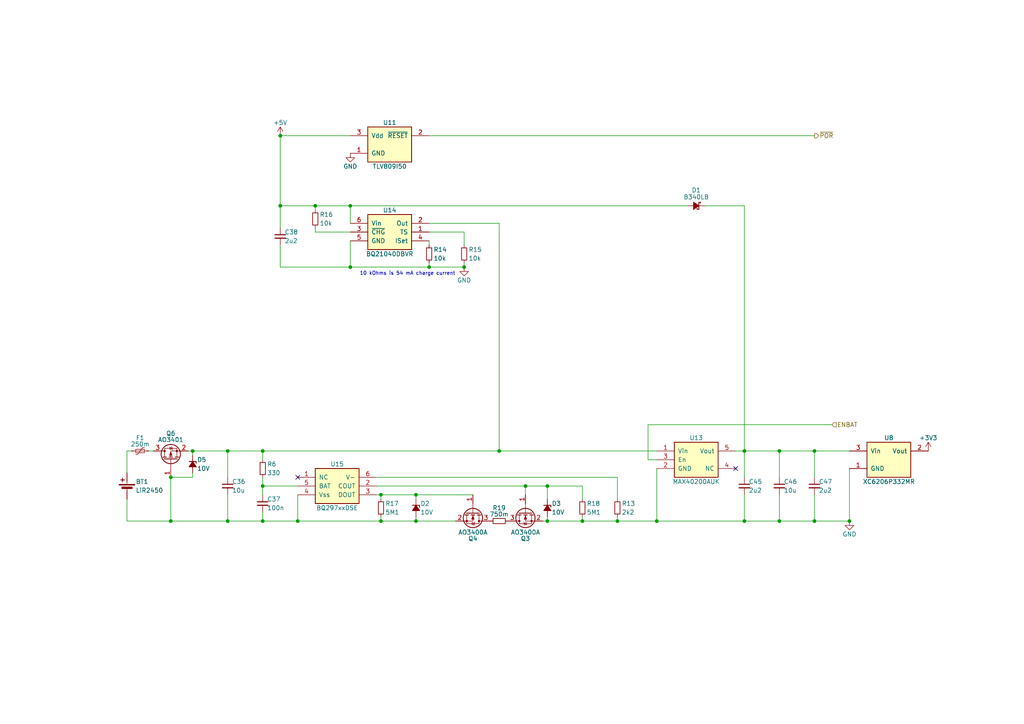
<source format=kicad_sch>
(kicad_sch (version 20230121) (generator eeschema)
  (paper "A4")
  (lib_symbols
    (symbol "+5V_1" (power) (pin_names (offset 0))
      (property "Value" "+5V_1" (at 0 3.556 0))
      (symbol "+5V_1_0_1"
        (polyline (pts (xy -0.762 1.27) (xy 0 2.54)))
        (polyline (pts (xy 0 0) (xy 0 2.54)))
        (polyline (pts (xy 0 2.54) (xy 0.762 1.27)))
      )
      (symbol "+5V_1_1_1"
        (pin power_in line (at 0 0 90) (length 0) hide (name "+5V") (number "1"))
      )
    )
    (symbol "Device:Battery_Cell" (pin_numbers hide) (pin_names (offset 0) hide)
      (property "Reference" "BT" (at 2.54 2.54 0))
      (property "Value" "Battery_Cell" (at 2.54 0 0))
      (symbol "Battery_Cell_0_1"
        (rectangle (start -2.286 1.778) (end 2.286 1.524) (fill (type outline)))
        (rectangle (start -1.524 1.016) (end 1.524 0.508) (fill (type outline)))
        (polyline (pts (xy 0 0.762) (xy 0 0)))
        (polyline (pts (xy 0 1.778) (xy 0 2.54)))
        (polyline (pts (xy 0.762 3.048) (xy 1.778 3.048)) (stroke (width 0.254)))
        (polyline (pts (xy 1.27 3.556) (xy 1.27 2.54)) (stroke (width 0.254)))
      )
      (symbol "Battery_Cell_1_1"
        (pin passive line (at 0 5.08 270) (length 2.54) (name "+") (number "1"))
        (pin passive line (at 0 -2.54 90) (length 2.54) (name "-") (number "2"))
      )
    )
    (symbol "Device:C_Small" (pin_numbers hide) (pin_names (offset 0.254) hide)
      (property "Reference" "C" (at 0.254 1.778 0))
      (property "Value" "C_Small" (at 0.254 -2.032 0))
      (symbol "C_Small_0_1"
        (polyline (pts (xy -1.524 -0.508) (xy 1.524 -0.508)) (stroke (width 0.3302)))
        (polyline (pts (xy -1.524 0.508) (xy 1.524 0.508)) (stroke (width 0.3048)))
      )
      (symbol "C_Small_1_1"
        (pin passive line (at 0 2.54 270) (length 2.032) (name "~") (number "1"))
        (pin passive line (at 0 -2.54 90) (length 2.032) (name "~") (number "2"))
      )
    )
    (symbol "Device:D_Schottky_Small_Filled" (pin_numbers hide) (pin_names (offset 0.254) hide)
      (property "Reference" "D" (at -1.27 2.032 0))
      (property "Value" "D_Schottky_Small_Filled" (at -7.112 -2.032 0))
      (symbol "D_Schottky_Small_Filled_0_1"
        (polyline (pts (xy -0.762 0) (xy 0.762 0)))
        (polyline (pts (xy 0.762 -1.016) (xy -0.762 0) (xy 0.762 1.016) (xy 0.762 -1.016)) (stroke (width 0.254)) (fill (type outline)))
        (polyline (pts (xy -1.27 0.762) (xy -1.27 1.016) (xy -0.762 1.016) (xy -0.762 -1.016) (xy -0.254 -1.016) (xy -0.254 -0.762)) (stroke (width 0.254)))
      )
      (symbol "D_Schottky_Small_Filled_1_1"
        (pin passive line (at -2.54 0 0) (length 1.778) (name "K") (number "1"))
        (pin passive line (at 2.54 0 180) (length 1.778) (name "A") (number "2"))
      )
    )
    (symbol "Device:D_Zener_Small_Filled" (pin_numbers hide) (pin_names (offset 0.254) hide)
      (property "Reference" "D" (at 0 2.286 0))
      (property "Value" "D_Zener_Small_Filled" (at 0 -2.286 0))
      (symbol "D_Zener_Small_Filled_0_1"
        (polyline (pts (xy 0.762 0) (xy -0.762 0)))
        (polyline (pts (xy -0.254 1.016) (xy -0.762 1.016) (xy -0.762 -1.016)) (stroke (width 0.254)))
        (polyline (pts (xy 0.762 1.016) (xy -0.762 0) (xy 0.762 -1.016) (xy 0.762 1.016)) (stroke (width 0.254)) (fill (type outline)))
      )
      (symbol "D_Zener_Small_Filled_1_1"
        (pin passive line (at -2.54 0 0) (length 1.778) (name "K") (number "1"))
        (pin passive line (at 2.54 0 180) (length 1.778) (name "A") (number "2"))
      )
    )
    (symbol "Device:Polyfuse_Small" (pin_numbers hide) (pin_names (offset 0))
      (property "Reference" "F" (at -1.905 0 90))
      (property "Value" "Polyfuse_Small" (at 1.905 0 90))
      (symbol "Polyfuse_Small_0_1"
        (rectangle (start -0.508 1.27) (end 0.508 -1.27))
        (polyline (pts (xy 0 2.54) (xy 0 -2.54)))
        (polyline (pts (xy -1.016 1.27) (xy -1.016 0.762) (xy 1.016 -0.762) (xy 1.016 -1.27)))
      )
      (symbol "Polyfuse_Small_1_1"
        (pin passive line (at 0 2.54 270) (length 0.635) (name "~") (number "1"))
        (pin passive line (at 0 -2.54 90) (length 0.635) (name "~") (number "2"))
      )
    )
    (symbol "Device:Q_NMOS_GSD" (pin_names (offset 0) hide)
      (property "Reference" "Q" (at 5.08 1.27 0))
      (property "Value" "Q_NMOS_GSD" (at 5.08 -1.27 0))
      (symbol "Q_NMOS_GSD_0_1"
        (polyline (pts (xy 0.254 0) (xy -2.54 0)))
        (polyline (pts (xy 0.254 1.905) (xy 0.254 -1.905)) (stroke (width 0.254)))
        (polyline (pts (xy 0.762 -1.27) (xy 0.762 -2.286)) (stroke (width 0.254)))
        (polyline (pts (xy 0.762 0.508) (xy 0.762 -0.508)) (stroke (width 0.254)))
        (polyline (pts (xy 0.762 2.286) (xy 0.762 1.27)) (stroke (width 0.254)))
        (polyline (pts (xy 2.54 2.54) (xy 2.54 1.778)))
        (polyline (pts (xy 2.54 -2.54) (xy 2.54 0) (xy 0.762 0)))
        (polyline (pts (xy 0.762 -1.778) (xy 3.302 -1.778) (xy 3.302 1.778) (xy 0.762 1.778)))
        (polyline (pts (xy 1.016 0) (xy 2.032 0.381) (xy 2.032 -0.381) (xy 1.016 0)) (fill (type outline)))
        (polyline (pts (xy 2.794 0.508) (xy 2.921 0.381) (xy 3.683 0.381) (xy 3.81 0.254)))
        (polyline (pts (xy 3.302 0.381) (xy 2.921 -0.254) (xy 3.683 -0.254) (xy 3.302 0.381)))
        (circle (center 1.651 0) (radius 2.794) (stroke (width 0.254)))
        (circle (center 2.54 -1.778) (radius 0.254) (fill (type outline)))
        (circle (center 2.54 1.778) (radius 0.254) (fill (type outline)))
      )
      (symbol "Q_NMOS_GSD_1_1"
        (pin input line (at -5.08 0 0) (length 2.54) (name "G") (number "1"))
        (pin passive line (at 2.54 -5.08 90) (length 2.54) (name "S") (number "2"))
        (pin passive line (at 2.54 5.08 270) (length 2.54) (name "D") (number "3"))
      )
    )
    (symbol "Device:Q_PMOS_GSD" (pin_names (offset 0) hide)
      (property "Reference" "Q" (at 5.08 1.27 0))
      (property "Value" "Q_PMOS_GSD" (at 5.08 -1.27 0))
      (symbol "Q_PMOS_GSD_0_1"
        (polyline (pts (xy 0.254 0) (xy -2.54 0)))
        (polyline (pts (xy 0.254 1.905) (xy 0.254 -1.905)) (stroke (width 0.254)))
        (polyline (pts (xy 0.762 -1.27) (xy 0.762 -2.286)) (stroke (width 0.254)))
        (polyline (pts (xy 0.762 0.508) (xy 0.762 -0.508)) (stroke (width 0.254)))
        (polyline (pts (xy 0.762 2.286) (xy 0.762 1.27)) (stroke (width 0.254)))
        (polyline (pts (xy 2.54 2.54) (xy 2.54 1.778)))
        (polyline (pts (xy 2.54 -2.54) (xy 2.54 0) (xy 0.762 0)))
        (polyline (pts (xy 0.762 1.778) (xy 3.302 1.778) (xy 3.302 -1.778) (xy 0.762 -1.778)))
        (polyline (pts (xy 2.286 0) (xy 1.27 0.381) (xy 1.27 -0.381) (xy 2.286 0)) (fill (type outline)))
        (polyline (pts (xy 2.794 -0.508) (xy 2.921 -0.381) (xy 3.683 -0.381) (xy 3.81 -0.254)))
        (polyline (pts (xy 3.302 -0.381) (xy 2.921 0.254) (xy 3.683 0.254) (xy 3.302 -0.381)))
        (circle (center 1.651 0) (radius 2.794) (stroke (width 0.254)))
        (circle (center 2.54 -1.778) (radius 0.254) (fill (type outline)))
        (circle (center 2.54 1.778) (radius 0.254) (fill (type outline)))
      )
      (symbol "Q_PMOS_GSD_1_1"
        (pin input line (at -5.08 0 0) (length 2.54) (name "G") (number "1"))
        (pin passive line (at 2.54 -5.08 90) (length 2.54) (name "S") (number "2"))
        (pin passive line (at 2.54 5.08 270) (length 2.54) (name "D") (number "3"))
      )
    )
    (symbol "Device:R_Small" (pin_numbers hide) (pin_names (offset 0.254) hide)
      (property "Reference" "R" (at 0.762 0.508 0))
      (property "Value" "R_Small" (at 0.762 -1.016 0))
      (symbol "R_Small_0_1"
        (rectangle (start -0.762 1.778) (end 0.762 -1.778) (stroke (width 0.2032)))
      )
      (symbol "R_Small_1_1"
        (pin passive line (at 0 2.54 270) (length 0.762) (name "~") (number "1"))
        (pin passive line (at 0 -2.54 90) (length 0.762) (name "~") (number "2"))
      )
    )
    (symbol "GW_Power:BQ21040DBVR" (pin_names (offset 1.016))
      (property "Reference" "U" (at 0 6.35 0))
      (property "Value" "BQ21040DBVR" (at 0 -6.35 0))
      (symbol "BQ21040DBVR_0_1"
        (rectangle (start -6.35 5.08) (end 6.35 -5.08) (stroke (width 0.254)) (fill (type background)))
      )
      (symbol "BQ21040DBVR_1_1"
        (pin unspecified line (at 11.43 0 180) (length 5.08) (name "TS") (number "1"))
        (pin power_out line (at 11.43 2.54 180) (length 5.08) (name "Out") (number "2"))
        (pin tri_state line (at -11.43 0 0) (length 5.08) (name "~{CHG}") (number "3"))
        (pin unspecified line (at 11.43 -2.54 180) (length 5.08) (name "ISet") (number "4"))
        (pin power_in line (at -11.43 -2.54 0) (length 5.08) (name "GND") (number "5"))
        (pin power_in line (at -11.43 2.54 0) (length 5.08) (name "Vin") (number "6"))
      )
    )
    (symbol "GW_Power:BQ297xxDSE" (pin_names (offset 1.016))
      (property "Reference" "U" (at 0 6.35 0))
      (property "Value" "BQ297xxDSE" (at 0 -6.35 0))
      (symbol "BQ297xxDSE_0_1"
        (rectangle (start -6.35 5.08) (end 6.35 -5.08) (stroke (width 0.254)) (fill (type background)))
      )
      (symbol "BQ297xxDSE_1_1"
        (pin no_connect line (at -11.43 2.54 0) (length 5.08) (name "NC") (number "1"))
        (pin output line (at 11.43 0 180) (length 5.08) (name "COUT") (number "2"))
        (pin output line (at 11.43 -2.54 180) (length 5.08) (name "DOUT") (number "3"))
        (pin power_in line (at -11.43 -2.54 0) (length 5.08) (name "Vss") (number "4"))
        (pin power_in line (at -11.43 0 0) (length 5.08) (name "BAT") (number "5"))
        (pin input line (at 11.43 2.54 180) (length 5.08) (name "V-") (number "6"))
      )
    )
    (symbol "GW_Power:MAX40200AUK" (pin_names (offset 1.016))
      (property "Reference" "U" (at 0 6.35 0))
      (property "Value" "MAX40200AUK" (at 0 -6.35 0))
      (property "Footprint" "stdpads:SOT-353" (at 0 -7.62 0))
      (symbol "MAX40200AUK_0_1"
        (rectangle (start -6.35 5.08) (end 6.35 -5.08) (stroke (width 0.254)) (fill (type background)))
      )
      (symbol "MAX40200AUK_1_1"
        (pin power_in line (at -11.43 2.54 0) (length 5.08) (name "Vin") (number "1"))
        (pin power_in line (at -11.43 -2.54 0) (length 5.08) (name "GND") (number "2"))
        (pin input line (at -11.43 0 0) (length 5.08) (name "En") (number "3"))
        (pin no_connect line (at 11.43 -2.54 180) (length 5.08) (name "NC") (number "4"))
        (pin power_out line (at 11.43 2.54 180) (length 5.08) (name "Vout") (number "5"))
      )
    )
    (symbol "GW_Power:TLV80x" (pin_names (offset 1.016))
      (property "Reference" "U" (at 0 0 0))
      (property "Value" "TLV80x" (at 0 -6.35 0))
      (symbol "TLV80x_0_1"
        (rectangle (start -6.35 5.08) (end 6.35 -5.08) (stroke (width 0.254)) (fill (type background)))
      )
      (symbol "TLV80x_1_1"
        (pin power_in line (at -11.43 -2.54 0) (length 5.08) (name "GND") (number "1"))
        (pin open_emitter line (at 11.43 2.54 180) (length 5.08) (name "~{RESET}") (number "2"))
        (pin power_in line (at -11.43 2.54 0) (length 5.08) (name "Vdd") (number "3"))
      )
    )
    (symbol "GW_Power:XC6206PxxxMR" (pin_names (offset 1.016))
      (property "Reference" "U" (at 0 6.35 0))
      (property "Value" "XC6206PxxxMR" (at 0 -6.35 0))
      (symbol "XC6206PxxxMR_0_1"
        (rectangle (start -6.35 5.08) (end 6.35 -5.08) (stroke (width 0.254)) (fill (type background)))
      )
      (symbol "XC6206PxxxMR_1_1"
        (pin power_in line (at -11.43 -2.54 0) (length 5.08) (name "GND") (number "1"))
        (pin power_out line (at 11.43 2.54 180) (length 5.08) (name "Vout") (number "2"))
        (pin power_in line (at -11.43 2.54 0) (length 5.08) (name "Vin") (number "3"))
      )
    )
    (symbol "power:+3V3" (power) (pin_names (offset 0))
      (property "Value" "+3V3" (at 0 3.556 0))
      (symbol "+3V3_0_1"
        (polyline (pts (xy -0.762 1.27) (xy 0 2.54)))
        (polyline (pts (xy 0 0) (xy 0 2.54)))
        (polyline (pts (xy 0 2.54) (xy 0.762 1.27)))
      )
      (symbol "+3V3_1_1"
        (pin power_in line (at 0 0 90) (length 0) hide (name "+3V3") (number "1"))
      )
    )
    (symbol "power:GND" (power) (pin_names (offset 0))
      (property "Value" "GND" (at 0 -3.81 0))
      (symbol "GND_0_1"
        (polyline (pts (xy 0 0) (xy 0 -1.27) (xy 1.27 -1.27) (xy 0 -2.54) (xy -1.27 -1.27) (xy 0 -1.27)))
      )
      (symbol "GND_1_1"
        (pin power_in line (at 0 0 270) (length 0) hide (name "GND") (number "1"))
      )
    )
  )
  (junction (at 86.36 151.13))
  (junction (at 101.6 77.47))
  (junction (at 246.38 151.13))
  (junction (at 152.4 140.97))
  (junction (at 76.2 130.81))
  (junction (at 110.49 151.13))
  (junction (at 120.65 143.51))
  (junction (at 158.75 140.97))
  (junction (at 49.53 138.43))
  (junction (at 190.5 151.13))
  (junction (at 120.65 151.13))
  (junction (at 215.9 130.81))
  (junction (at 76.2 151.13))
  (junction (at 144.78 130.81))
  (junction (at 55.88 130.81))
  (junction (at 134.62 77.47))
  (junction (at 81.28 59.69))
  (junction (at 226.06 130.81))
  (junction (at 236.22 130.81))
  (junction (at 76.2 140.97))
  (junction (at 124.46 77.47))
  (junction (at 179.07 151.13))
  (junction (at 236.22 151.13))
  (junction (at 66.04 151.13))
  (junction (at 49.53 151.13))
  (junction (at 101.6 59.69))
  (junction (at 158.75 151.13))
  (junction (at 81.28 39.37))
  (junction (at 215.9 151.13))
  (junction (at 226.06 151.13))
  (junction (at 91.44 59.69))
  (junction (at 168.91 151.13))
  (junction (at 110.49 143.51))
  (junction (at 66.04 130.81))
  (no_connect (at 213.36 135.89))
  (no_connect (at 86.36 138.43))
  (wire (pts (xy 86.36 151.13) (xy 110.49 151.13)))
  (wire (pts (xy 134.62 77.47) (xy 134.62 76.2)))
  (wire (pts (xy 124.46 77.47) (xy 134.62 77.47)))
  (wire (pts (xy 226.06 143.51) (xy 226.06 151.13)))
  (wire (pts (xy 157.48 151.13) (xy 158.75 151.13)))
  (wire (pts (xy 120.65 151.13) (xy 132.08 151.13)))
  (wire (pts (xy 101.6 77.47) (xy 81.28 77.47)))
  (wire (pts (xy 120.65 149.86) (xy 120.65 151.13)))
  (wire (pts (xy 76.2 130.81) (xy 144.78 130.81)))
  (wire (pts (xy 81.28 59.69) (xy 81.28 66.04)))
  (wire (pts (xy 236.22 130.81) (xy 246.38 130.81)))
  (wire (pts (xy 86.36 151.13) (xy 86.36 143.51)))
  (wire (pts (xy 110.49 143.51) (xy 120.65 143.51)))
  (wire (pts (xy 241.3 123.19) (xy 187.96 123.19)))
  (wire (pts (xy 215.9 59.69) (xy 215.9 130.81)))
  (wire (pts (xy 66.04 143.51) (xy 66.04 151.13)))
  (wire (pts (xy 109.22 138.43) (xy 179.07 138.43)))
  (wire (pts (xy 81.28 39.37) (xy 101.6 39.37)))
  (wire (pts (xy 246.38 151.13) (xy 246.38 135.89)))
  (wire (pts (xy 204.47 59.69) (xy 215.9 59.69)))
  (wire (pts (xy 236.22 143.51) (xy 236.22 151.13)))
  (wire (pts (xy 101.6 59.69) (xy 199.39 59.69)))
  (wire (pts (xy 91.44 67.31) (xy 101.6 67.31)))
  (wire (pts (xy 134.62 67.31) (xy 124.46 67.31)))
  (wire (pts (xy 49.53 138.43) (xy 55.88 138.43)))
  (wire (pts (xy 144.78 130.81) (xy 190.5 130.81)))
  (wire (pts (xy 110.49 151.13) (xy 120.65 151.13)))
  (wire (pts (xy 226.06 151.13) (xy 236.22 151.13)))
  (wire (pts (xy 101.6 59.69) (xy 101.6 64.77)))
  (wire (pts (xy 236.22 151.13) (xy 246.38 151.13)))
  (wire (pts (xy 55.88 130.81) (xy 55.88 132.08)))
  (wire (pts (xy 124.46 77.47) (xy 124.46 76.2)))
  (wire (pts (xy 81.28 39.37) (xy 81.28 59.69)))
  (wire (pts (xy 187.96 123.19) (xy 187.96 133.35)))
  (wire (pts (xy 76.2 130.81) (xy 76.2 133.35)))
  (wire (pts (xy 76.2 140.97) (xy 86.36 140.97)))
  (wire (pts (xy 110.49 143.51) (xy 109.22 143.51)))
  (wire (pts (xy 76.2 143.51) (xy 76.2 140.97)))
  (wire (pts (xy 120.65 143.51) (xy 137.16 143.51)))
  (wire (pts (xy 55.88 130.81) (xy 54.61 130.81)))
  (wire (pts (xy 158.75 151.13) (xy 168.91 151.13)))
  (wire (pts (xy 226.06 130.81) (xy 236.22 130.81)))
  (wire (pts (xy 44.45 130.81) (xy 43.18 130.81)))
  (wire (pts (xy 66.04 130.81) (xy 76.2 130.81)))
  (wire (pts (xy 76.2 151.13) (xy 76.2 148.59)))
  (wire (pts (xy 134.62 71.12) (xy 134.62 67.31)))
  (wire (pts (xy 120.65 143.51) (xy 120.65 144.78)))
  (wire (pts (xy 168.91 140.97) (xy 168.91 144.78)))
  (wire (pts (xy 66.04 138.43) (xy 66.04 130.81)))
  (wire (pts (xy 179.07 144.78) (xy 179.07 138.43)))
  (wire (pts (xy 190.5 151.13) (xy 215.9 151.13)))
  (wire (pts (xy 179.07 149.86) (xy 179.07 151.13)))
  (wire (pts (xy 81.28 77.47) (xy 81.28 71.12)))
  (wire (pts (xy 144.78 130.81) (xy 144.78 64.77)))
  (wire (pts (xy 190.5 135.89) (xy 190.5 151.13)))
  (wire (pts (xy 49.53 151.13) (xy 66.04 151.13)))
  (wire (pts (xy 110.49 149.86) (xy 110.49 151.13)))
  (wire (pts (xy 215.9 151.13) (xy 226.06 151.13)))
  (wire (pts (xy 215.9 138.43) (xy 215.9 130.81)))
  (wire (pts (xy 49.53 138.43) (xy 49.53 151.13)))
  (wire (pts (xy 91.44 59.69) (xy 91.44 60.96)))
  (wire (pts (xy 110.49 144.78) (xy 110.49 143.51)))
  (wire (pts (xy 215.9 143.51) (xy 215.9 151.13)))
  (wire (pts (xy 226.06 138.43) (xy 226.06 130.81)))
  (wire (pts (xy 215.9 130.81) (xy 226.06 130.81)))
  (wire (pts (xy 152.4 140.97) (xy 152.4 143.51)))
  (wire (pts (xy 36.83 130.81) (xy 36.83 137.16)))
  (wire (pts (xy 152.4 140.97) (xy 158.75 140.97)))
  (wire (pts (xy 55.88 138.43) (xy 55.88 137.16)))
  (wire (pts (xy 76.2 151.13) (xy 86.36 151.13)))
  (wire (pts (xy 168.91 149.86) (xy 168.91 151.13)))
  (wire (pts (xy 91.44 59.69) (xy 81.28 59.69)))
  (wire (pts (xy 168.91 151.13) (xy 179.07 151.13)))
  (wire (pts (xy 55.88 130.81) (xy 66.04 130.81)))
  (wire (pts (xy 109.22 140.97) (xy 152.4 140.97)))
  (wire (pts (xy 76.2 138.43) (xy 76.2 140.97)))
  (wire (pts (xy 158.75 140.97) (xy 158.75 144.78)))
  (wire (pts (xy 236.22 39.37) (xy 124.46 39.37)))
  (wire (pts (xy 124.46 71.12) (xy 124.46 69.85)))
  (wire (pts (xy 144.78 64.77) (xy 124.46 64.77)))
  (wire (pts (xy 91.44 59.69) (xy 101.6 59.69)))
  (wire (pts (xy 36.83 151.13) (xy 36.83 144.78)))
  (wire (pts (xy 213.36 130.81) (xy 215.9 130.81)))
  (wire (pts (xy 158.75 149.86) (xy 158.75 151.13)))
  (wire (pts (xy 101.6 77.47) (xy 124.46 77.47)))
  (wire (pts (xy 187.96 133.35) (xy 190.5 133.35)))
  (wire (pts (xy 66.04 151.13) (xy 76.2 151.13)))
  (wire (pts (xy 101.6 69.85) (xy 101.6 77.47)))
  (wire (pts (xy 91.44 67.31) (xy 91.44 66.04)))
  (wire (pts (xy 36.83 151.13) (xy 49.53 151.13)))
  (wire (pts (xy 38.1 130.81) (xy 36.83 130.81)))
  (wire (pts (xy 158.75 140.97) (xy 168.91 140.97)))
  (wire (pts (xy 179.07 151.13) (xy 190.5 151.13)))
  (wire (pts (xy 236.22 138.43) (xy 236.22 130.81)))
  (text "10 kOhms is 54 mA charge current" (at 132.08 80.01 0) (effects (font (size 1.016 1.016)) (justify right bottom)))
  (hierarchical_label "ENBAT" (shape input) (at 241.3 123.19 0))
  (hierarchical_label "~{POR}" (shape output) (at 236.22 39.37 0))
  (symbol (lib_id "Device:R_Small") (at 134.62 73.66 0) (unit 1)
    (property "Reference" "R15" (at 135.89 72.39 0) (effects (justify left)))
    (property "Value" "10k" (at 135.89 74.93 0) (effects (justify left)))
  )
  (symbol (lib_id "Device:Q_NMOS_GSD") (at 152.4 148.59 90) (mirror x) (unit 1)
    (property "Reference" "Q3" (at 152.4 156.21 90))
    (property "Value" "AO3400A" (at 152.4 153.67 90) (effects (justify top)))
  )
  (symbol (lib_id "Device:D_Zener_Small_Filled") (at 55.88 134.62 270) (unit 1)
    (property "Reference" "D5" (at 57.15 133.35 90) (effects (justify left)))
    (property "Value" "10V" (at 57.15 135.89 90) (effects (justify left)))
  )
  (symbol (lib_id "Device:D_Schottky_Small_Filled") (at 201.93 59.69 0) (mirror y) (unit 1)
    (property "Reference" "D1" (at 201.93 55.88 0) (effects (justify bottom)))
    (property "Value" "B340LB" (at 201.93 57.15 0))
  )
  (symbol (lib_id "Device:C_Small") (at 81.28 68.58 0) (unit 1)
    (property "Reference" "C38" (at 82.55 67.31 0) (effects (justify left)))
    (property "Value" "2u2" (at 82.55 69.85 0) (effects (justify left)))
    (property "Footprint" "stdpads:C_0603" (effects hide))
    (property "LCSC Part" "C23630" (effects hide))
  )
  (symbol (lib_id "power:+3V3") (at 269.24 130.81 0) (unit 1)
    (property "Reference" "#PWR036" (effects hide))
    (property "Value" "+3V3" (at 269.24 127 0))
  )
  (symbol (lib_id "Device:R_Small") (at 168.91 147.32 0) (unit 1)
    (property "Reference" "R18" (at 170.18 146.05 0) (effects (justify left)))
    (property "Value" "5M1" (at 170.18 148.59 0) (effects (justify left)))
  )
  (symbol (lib_id "Device:R_Small") (at 124.46 73.66 0) (unit 1)
    (property "Reference" "R14" (at 125.73 72.39 0) (effects (justify left)))
    (property "Value" "10k" (at 125.73 74.93 0) (effects (justify left)))
  )
  (symbol (lib_id "Device:C_Small") (at 215.9 140.97 0) (unit 1)
    (property "Reference" "C45" (at 217.17 139.7 0) (effects (justify left)))
    (property "Value" "2u2" (at 217.17 142.24 0) (effects (justify left)))
    (property "Footprint" "stdpads:C_0603" (effects hide))
    (property "LCSC Part" "C23630" (effects hide))
  )
  (symbol (lib_id "Device:R_Small") (at 76.2 135.89 0) (unit 1)
    (property "Reference" "R6" (at 77.47 134.62 0) (effects (justify left)))
    (property "Value" "330" (at 77.47 137.16 0) (effects (justify left)))
  )
  (symbol (lib_id "power:GND") (at 101.6 44.45 0) (mirror y) (unit 1)
    (property "Reference" "#PWR012" (effects hide))
    (property "Value" "GND" (at 101.6 48.26 0))
  )
  (symbol (lib_id "Device:Battery_Cell") (at 36.83 142.24 0) (mirror y) (unit 1)
    (property "Reference" "BT1" (at 39.37 139.7 0) (effects (justify right)))
    (property "Value" "LiR2450" (at 39.37 142.24 0) (effects (justify right)))
  )
  (symbol (lib_id "Device:Q_PMOS_GSD") (at 49.53 133.35 90) (unit 1)
    (property "Reference" "Q6" (at 49.53 125.73 90))
    (property "Value" "AO3401" (at 49.53 128.27 90) (effects (justify top)))
  )
  (symbol (lib_id "Device:R_Small") (at 91.44 63.5 0) (unit 1)
    (property "Reference" "R16" (at 92.71 62.23 0) (effects (justify left)))
    (property "Value" "10k" (at 92.71 64.77 0) (effects (justify left)))
  )
  (symbol (lib_id "Device:C_Small") (at 226.06 140.97 0) (unit 1)
    (property "Reference" "C46" (at 227.33 139.7 0) (effects (justify left)))
    (property "Value" "10u" (at 227.33 142.24 0) (effects (justify left)))
    (property "Footprint" "stdpads:C_0805" (effects hide))
    (property "LCSC Part" "C15850" (effects hide))
    (property "Mfg. Part Numbers" "Samsung CL21A106KAYNNNE" (effects hide))
    (property "Notes" "10V or higher. Any manufacturer's part is acceptable but Samsung, Murata, Yageo preferred." (effects hide))
  )
  (symbol (lib_id "GW_Power:TLV80x") (at 113.03 41.91 0) (unit 1)
    (property "Reference" "U11" (at 113.03 35.56 0))
    (property "Value" "TLV809I50" (at 113.03 48.26 0))
    (property "Footprint" "stdpads:SOT-23" (effects hide))
  )
  (symbol (lib_id "Device:R_Small") (at 144.78 151.13 90) (mirror x) (unit 1)
    (property "Reference" "R19" (at 144.78 147.32 90))
    (property "Value" "750m" (at 144.78 149.86 90) (effects (justify bottom)))
    (property "Footprint" "stdpads:R_0603" (effects hide))
  )
  (symbol (lib_id "Device:D_Zener_Small_Filled") (at 120.65 147.32 270) (unit 1)
    (property "Reference" "D2" (at 121.92 146.05 90) (effects (justify left)))
    (property "Value" "10V" (at 121.92 148.59 90) (effects (justify left)))
  )
  (symbol (lib_id "Device:C_Small") (at 236.22 140.97 0) (unit 1)
    (property "Reference" "C47" (at 237.49 139.7 0) (effects (justify left)))
    (property "Value" "2u2" (at 237.49 142.24 0) (effects (justify left)))
    (property "Footprint" "stdpads:C_0603" (effects hide))
    (property "LCSC Part" "C23630" (effects hide))
  )
  (symbol (lib_id "Device:R_Small") (at 110.49 147.32 0) (unit 1)
    (property "Reference" "R17" (at 111.76 146.05 0) (effects (justify left)))
    (property "Value" "5M1" (at 111.76 148.59 0) (effects (justify left)))
  )
  (symbol (lib_id "power:GND") (at 246.38 151.13 0) (unit 1)
    (property "Reference" "#PWR018" (effects hide))
    (property "Value" "GND" (at 246.38 154.94 0))
  )
  (symbol (lib_id "GW_Power:BQ297xxDSE") (at 97.79 140.97 0) (unit 1)
    (property "Reference" "U15" (at 97.79 134.62 0))
    (property "Value" "BQ297xxDSE" (at 97.79 147.32 0))
    (property "Footprint" "stdpads:TI_WSON-6_1.5x1.5mm_P0.5mm" (effects hide))
  )
  (symbol (lib_name "+5V_1") (lib_id "power:+5V") (at 81.28 39.37 0) (unit 1)
    (property "Reference" "#PWR015" (effects hide))
    (property "Value" "+5V" (at 81.28 35.56 0))
  )
  (symbol (lib_id "GW_Power:MAX40200AUK") (at 201.93 133.35 0) (unit 1)
    (property "Reference" "U13" (at 201.93 127 0))
    (property "Value" "MAX40200AUK" (at 201.93 139.7 0))
    (property "Footprint" "stdpads:SOT-353" (effects hide))
  )
  (symbol (lib_id "Device:D_Zener_Small_Filled") (at 158.75 147.32 270) (unit 1)
    (property "Reference" "D3" (at 160.02 146.05 90) (effects (justify left)))
    (property "Value" "10V" (at 160.02 148.59 90) (effects (justify left)))
  )
  (symbol (lib_id "Device:Polyfuse_Small") (at 40.64 130.81 90) (unit 1)
    (property "Reference" "F1" (at 40.64 127 90))
    (property "Value" "250m" (at 40.64 129.54 90) (effects (justify top)))
  )
  (symbol (lib_id "Device:C_Small") (at 66.04 140.97 0) (unit 1)
    (property "Reference" "C36" (at 67.31 139.7 0) (effects (justify left)))
    (property "Value" "10u" (at 67.31 142.24 0) (effects (justify left)))
    (property "Footprint" "stdpads:C_0805" (effects hide))
    (property "LCSC Part" "C15850" (effects hide))
    (property "Mfg. Part Numbers" "Samsung CL21A106KAYNNNE" (effects hide))
    (property "Notes" "10V or higher. Any manufacturer's part is acceptable but Samsung, Murata, Yageo preferred." (effects hide))
  )
  (symbol (lib_id "power:GND") (at 134.62 77.47 0) (mirror y) (unit 1)
    (property "Reference" "#PWR050" (effects hide))
    (property "Value" "GND" (at 134.62 81.28 0))
  )
  (symbol (lib_id "GW_Power:XC6206PxxxMR") (at 257.81 133.35 0) (unit 1)
    (property "Reference" "U8" (at 257.81 127 0))
    (property "Value" "XC6206P332MR" (at 257.81 139.7 0))
    (property "Footprint" "stdpads:SOT-23" (effects hide))
    (property "LCSC Part" "C5446" (effects hide))
  )
  (symbol (lib_id "Device:C_Small") (at 76.2 146.05 0) (unit 1)
    (property "Reference" "C37" (at 77.47 144.78 0) (effects (justify left)))
    (property "Value" "100n" (at 77.47 147.32 0) (effects (justify left)))
    (property "Footprint" "stdpads:C_0603" (effects hide))
  )
  (symbol (lib_id "Device:Q_NMOS_GSD") (at 137.16 148.59 270) (unit 1)
    (property "Reference" "Q4" (at 137.16 156.21 90))
    (property "Value" "AO3400A" (at 137.16 153.67 90) (effects (justify top)))
  )
  (symbol (lib_id "Device:R_Small") (at 179.07 147.32 0) (unit 1)
    (property "Reference" "R13" (at 180.34 146.05 0) (effects (justify left)))
    (property "Value" "2k2" (at 180.34 148.59 0) (effects (justify left)))
  )
  (symbol (lib_id "GW_Power:BQ21040DBVR") (at 113.03 67.31 0) (unit 1)
    (property "Reference" "U14" (at 113.03 60.96 0))
    (property "Value" "BQ21040DBVR" (at 113.03 73.66 0))
    (property "Footprint" "stdpads:SOT-23-6" (effects hide))
  )
)
</source>
